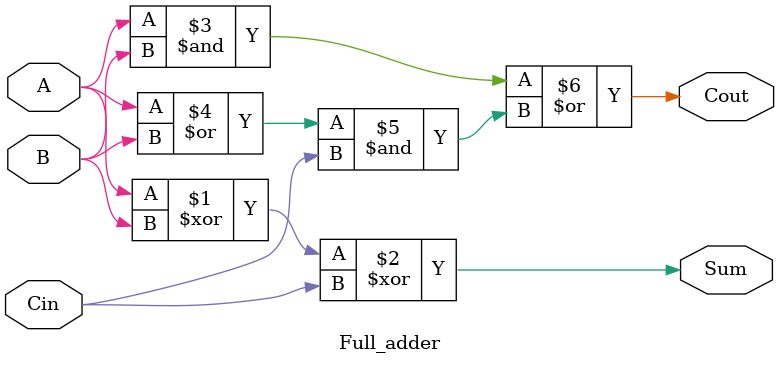
<source format=v>
`timescale 1ns / 1ps
module Full_adder(
    input A, B, Cin,
    output Sum, Cout
);
    assign Sum = A ^ B ^ Cin;
    assign Cout = (A & B) |(A | B)& Cin;
endmodule

</source>
